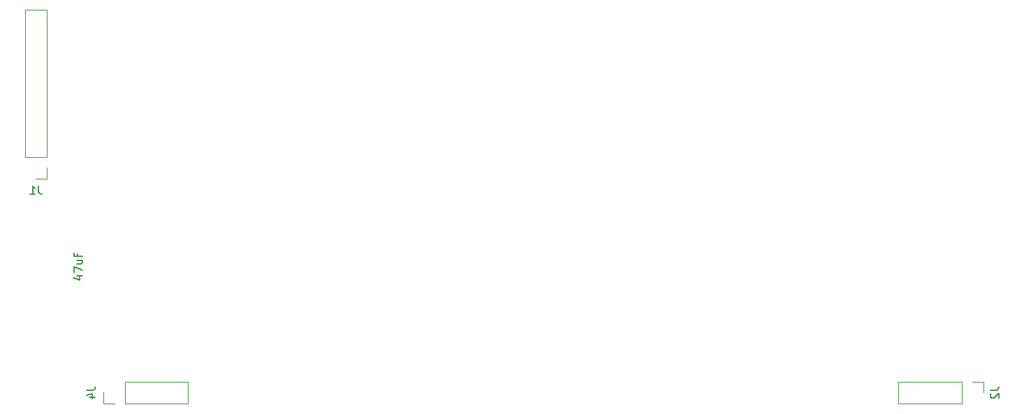
<source format=gbr>
%TF.GenerationSoftware,KiCad,Pcbnew,(6.0.4-0)*%
%TF.CreationDate,2024-05-14T12:27:25+10:00*%
%TF.ProjectId,Octal display,4f637461-6c20-4646-9973-706c61792e6b,rev?*%
%TF.SameCoordinates,Original*%
%TF.FileFunction,Legend,Bot*%
%TF.FilePolarity,Positive*%
%FSLAX46Y46*%
G04 Gerber Fmt 4.6, Leading zero omitted, Abs format (unit mm)*
G04 Created by KiCad (PCBNEW (6.0.4-0)) date 2024-05-14 12:27:25*
%MOMM*%
%LPD*%
G01*
G04 APERTURE LIST*
%ADD10C,0.150000*%
%ADD11C,0.120000*%
G04 APERTURE END LIST*
D10*
%TO.C,C3*%
X59945714Y-130846666D02*
X60612380Y-130846666D01*
X59564761Y-131084761D02*
X60279047Y-131322857D01*
X60279047Y-130703809D01*
X59612380Y-130418095D02*
X59612380Y-129751428D01*
X60612380Y-130180000D01*
X59945714Y-128941904D02*
X60612380Y-128941904D01*
X59945714Y-129370476D02*
X60469523Y-129370476D01*
X60564761Y-129322857D01*
X60612380Y-129227619D01*
X60612380Y-129084761D01*
X60564761Y-128989523D01*
X60517142Y-128941904D01*
X60088571Y-128132380D02*
X60088571Y-128465714D01*
X60612380Y-128465714D02*
X59612380Y-128465714D01*
X59612380Y-127989523D01*
%TO.C,J1*%
X55333333Y-119922380D02*
X55333333Y-120636666D01*
X55380952Y-120779523D01*
X55476190Y-120874761D01*
X55619047Y-120922380D01*
X55714285Y-120922380D01*
X54333333Y-120922380D02*
X54904761Y-120922380D01*
X54619047Y-120922380D02*
X54619047Y-119922380D01*
X54714285Y-120065238D01*
X54809523Y-120160476D01*
X54904761Y-120208095D01*
%TO.C,J2*%
X170722380Y-144666666D02*
X171436666Y-144666666D01*
X171579523Y-144619047D01*
X171674761Y-144523809D01*
X171722380Y-144380952D01*
X171722380Y-144285714D01*
X170817619Y-145095238D02*
X170770000Y-145142857D01*
X170722380Y-145238095D01*
X170722380Y-145476190D01*
X170770000Y-145571428D01*
X170817619Y-145619047D01*
X170912857Y-145666666D01*
X171008095Y-145666666D01*
X171150952Y-145619047D01*
X171722380Y-145047619D01*
X171722380Y-145666666D01*
%TO.C,J4*%
X61182380Y-144666666D02*
X61896666Y-144666666D01*
X62039523Y-144619047D01*
X62134761Y-144523809D01*
X62182380Y-144380952D01*
X62182380Y-144285714D01*
X61515714Y-145571428D02*
X62182380Y-145571428D01*
X61134761Y-145333333D02*
X61849047Y-145095238D01*
X61849047Y-145714285D01*
D11*
%TO.C,J1*%
X53670000Y-98590000D02*
X56330000Y-98590000D01*
X56330000Y-116430000D02*
X56330000Y-98590000D01*
X53670000Y-116430000D02*
X56330000Y-116430000D01*
X56330000Y-119030000D02*
X56330000Y-117700000D01*
X53670000Y-116430000D02*
X53670000Y-98590000D01*
X55000000Y-119030000D02*
X56330000Y-119030000D01*
%TO.C,J2*%
X169830000Y-145000000D02*
X169830000Y-143670000D01*
X159550000Y-146330000D02*
X159550000Y-143670000D01*
X167230000Y-143670000D02*
X159550000Y-143670000D01*
X167230000Y-146330000D02*
X167230000Y-143670000D01*
X169830000Y-143670000D02*
X168500000Y-143670000D01*
X167230000Y-146330000D02*
X159550000Y-146330000D01*
%TO.C,J4*%
X65770000Y-143670000D02*
X73450000Y-143670000D01*
X65770000Y-146330000D02*
X73450000Y-146330000D01*
X63170000Y-146330000D02*
X64500000Y-146330000D01*
X65770000Y-143670000D02*
X65770000Y-146330000D01*
X73450000Y-143670000D02*
X73450000Y-146330000D01*
X63170000Y-145000000D02*
X63170000Y-146330000D01*
%TD*%
M02*

</source>
